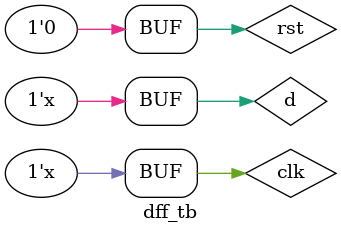
<source format=v>

module dff(q,d,rst,clk);
  input d,rst,clk;
  output reg q;
  
  always@(posedge clk,posedge rst)
  begin
    if(rst)
      q=0;
    else
      q=d;
  end 
endmodule

module dff_tb;
  reg d,rst,clk;
  wire q;
  
  dff uut(q,d,rst,clk);
  initial begin
    d=1; rst=0; clk=0;
    #180 rst=1;
    #20 rst=0;
    #410 rst=1;
    #30 rst=0;
  end
  
  always #250 d=~d;
  always #50 clk=~clk;
  
endmodule

</source>
